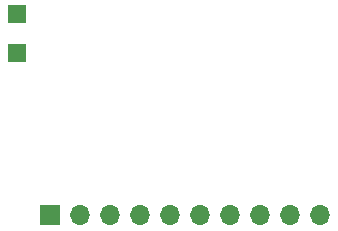
<source format=gbr>
%TF.GenerationSoftware,KiCad,Pcbnew,7.0.7*%
%TF.CreationDate,2025-01-01T22:23:07+10:30*%
%TF.ProjectId,V9360_Breakout,56393336-305f-4427-9265-616b6f75742e,rev?*%
%TF.SameCoordinates,Original*%
%TF.FileFunction,Soldermask,Bot*%
%TF.FilePolarity,Negative*%
%FSLAX46Y46*%
G04 Gerber Fmt 4.6, Leading zero omitted, Abs format (unit mm)*
G04 Created by KiCad (PCBNEW 7.0.7) date 2025-01-01 22:23:07*
%MOMM*%
%LPD*%
G01*
G04 APERTURE LIST*
%ADD10R,1.700000X1.700000*%
%ADD11O,1.700000X1.700000*%
%ADD12R,1.500000X1.500000*%
G04 APERTURE END LIST*
D10*
%TO.C,J1*%
X128270000Y-108458000D03*
D11*
X130810000Y-108458000D03*
X133350000Y-108458000D03*
X135890000Y-108458000D03*
X138430000Y-108458000D03*
X140970000Y-108458000D03*
X143510000Y-108458000D03*
X146050000Y-108458000D03*
X148590000Y-108458000D03*
X151130000Y-108458000D03*
%TD*%
D12*
%TO.C,TP2*%
X125476000Y-94742000D03*
%TD*%
%TO.C,TP1*%
X125476000Y-91440000D03*
%TD*%
M02*

</source>
